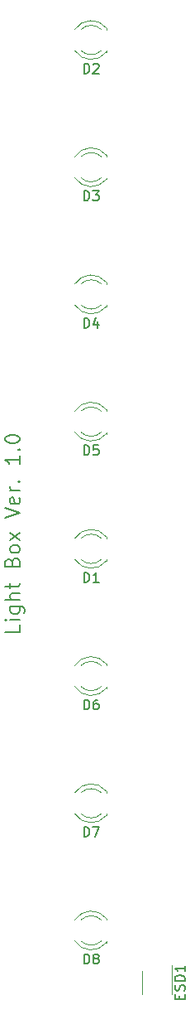
<source format=gto>
G04 #@! TF.GenerationSoftware,KiCad,Pcbnew,5.1.3-ffb9f22~84~ubuntu16.04.1*
G04 #@! TF.CreationDate,2019-07-25T12:18:42-04:00*
G04 #@! TF.ProjectId,lightbox_pcb,6c696768-7462-46f7-985f-7063622e6b69,rev?*
G04 #@! TF.SameCoordinates,Original*
G04 #@! TF.FileFunction,Legend,Top*
G04 #@! TF.FilePolarity,Positive*
%FSLAX46Y46*%
G04 Gerber Fmt 4.6, Leading zero omitted, Abs format (unit mm)*
G04 Created by KiCad (PCBNEW 5.1.3-ffb9f22~84~ubuntu16.04.1) date 2019-07-25 12:18:42*
%MOMM*%
%LPD*%
G04 APERTURE LIST*
%ADD10C,0.150000*%
%ADD11C,0.120000*%
G04 APERTURE END LIST*
D10*
X143426571Y-109778428D02*
X143426571Y-110492714D01*
X141926571Y-110492714D01*
X143426571Y-109278428D02*
X142426571Y-109278428D01*
X141926571Y-109278428D02*
X141998000Y-109349857D01*
X142069428Y-109278428D01*
X141998000Y-109206999D01*
X141926571Y-109278428D01*
X142069428Y-109278428D01*
X142426571Y-107921285D02*
X143640857Y-107921285D01*
X143783714Y-107992714D01*
X143855142Y-108064142D01*
X143926571Y-108207000D01*
X143926571Y-108421285D01*
X143855142Y-108564142D01*
X143355142Y-107921285D02*
X143426571Y-108064142D01*
X143426571Y-108349857D01*
X143355142Y-108492714D01*
X143283714Y-108564142D01*
X143140857Y-108635571D01*
X142712285Y-108635571D01*
X142569428Y-108564142D01*
X142498000Y-108492714D01*
X142426571Y-108349857D01*
X142426571Y-108064142D01*
X142498000Y-107921285D01*
X143426571Y-107207000D02*
X141926571Y-107207000D01*
X143426571Y-106564142D02*
X142640857Y-106564142D01*
X142498000Y-106635571D01*
X142426571Y-106778428D01*
X142426571Y-106992714D01*
X142498000Y-107135571D01*
X142569428Y-107207000D01*
X142426571Y-106064142D02*
X142426571Y-105492714D01*
X141926571Y-105849857D02*
X143212285Y-105849857D01*
X143355142Y-105778428D01*
X143426571Y-105635571D01*
X143426571Y-105492714D01*
X142640857Y-103349857D02*
X142712285Y-103135571D01*
X142783714Y-103064142D01*
X142926571Y-102992714D01*
X143140857Y-102992714D01*
X143283714Y-103064142D01*
X143355142Y-103135571D01*
X143426571Y-103278428D01*
X143426571Y-103849857D01*
X141926571Y-103849857D01*
X141926571Y-103349857D01*
X141998000Y-103207000D01*
X142069428Y-103135571D01*
X142212285Y-103064142D01*
X142355142Y-103064142D01*
X142498000Y-103135571D01*
X142569428Y-103207000D01*
X142640857Y-103349857D01*
X142640857Y-103849857D01*
X143426571Y-102135571D02*
X143355142Y-102278428D01*
X143283714Y-102349857D01*
X143140857Y-102421285D01*
X142712285Y-102421285D01*
X142569428Y-102349857D01*
X142498000Y-102278428D01*
X142426571Y-102135571D01*
X142426571Y-101921285D01*
X142498000Y-101778428D01*
X142569428Y-101707000D01*
X142712285Y-101635571D01*
X143140857Y-101635571D01*
X143283714Y-101707000D01*
X143355142Y-101778428D01*
X143426571Y-101921285D01*
X143426571Y-102135571D01*
X143426571Y-101135571D02*
X142426571Y-100349857D01*
X142426571Y-101135571D02*
X143426571Y-100349857D01*
X141926571Y-98849857D02*
X143426571Y-98349857D01*
X141926571Y-97849857D01*
X143355142Y-96778428D02*
X143426571Y-96921285D01*
X143426571Y-97207000D01*
X143355142Y-97349857D01*
X143212285Y-97421285D01*
X142640857Y-97421285D01*
X142498000Y-97349857D01*
X142426571Y-97207000D01*
X142426571Y-96921285D01*
X142498000Y-96778428D01*
X142640857Y-96707000D01*
X142783714Y-96707000D01*
X142926571Y-97421285D01*
X143426571Y-96064142D02*
X142426571Y-96064142D01*
X142712285Y-96064142D02*
X142569428Y-95992714D01*
X142498000Y-95921285D01*
X142426571Y-95778428D01*
X142426571Y-95635571D01*
X143283714Y-95135571D02*
X143355142Y-95064142D01*
X143426571Y-95135571D01*
X143355142Y-95207000D01*
X143283714Y-95135571D01*
X143426571Y-95135571D01*
X143426571Y-92492714D02*
X143426571Y-93349857D01*
X143426571Y-92921285D02*
X141926571Y-92921285D01*
X142140857Y-93064142D01*
X142283714Y-93207000D01*
X142355142Y-93349857D01*
X143283714Y-91849857D02*
X143355142Y-91778428D01*
X143426571Y-91849857D01*
X143355142Y-91921285D01*
X143283714Y-91849857D01*
X143426571Y-91849857D01*
X141926571Y-90849857D02*
X141926571Y-90707000D01*
X141998000Y-90564142D01*
X142069428Y-90492714D01*
X142212285Y-90421285D01*
X142498000Y-90349857D01*
X142855142Y-90349857D01*
X143140857Y-90421285D01*
X143283714Y-90492714D01*
X143355142Y-90564142D01*
X143426571Y-90707000D01*
X143426571Y-90849857D01*
X143355142Y-90992714D01*
X143283714Y-91064142D01*
X143140857Y-91135571D01*
X142855142Y-91207000D01*
X142498000Y-91207000D01*
X142212285Y-91135571D01*
X142069428Y-91064142D01*
X141998000Y-90992714D01*
X141926571Y-90849857D01*
D11*
X159030000Y-147504000D02*
X159030000Y-144554000D01*
X155930000Y-145104000D02*
X155930000Y-147504000D01*
X152290000Y-139920000D02*
X152290000Y-139764000D01*
X152290000Y-142236000D02*
X152290000Y-142080000D01*
X149688870Y-139920163D02*
G75*
G02X151770961Y-139920000I1041130J-1079837D01*
G01*
X149688870Y-142079837D02*
G75*
G03X151770961Y-142080000I1041130J1079837D01*
G01*
X149057665Y-139921392D02*
G75*
G02X152290000Y-139764484I1672335J-1078608D01*
G01*
X149057665Y-142078608D02*
G75*
G03X152290000Y-142235516I1672335J1078608D01*
G01*
X152290000Y-126920000D02*
X152290000Y-126764000D01*
X152290000Y-129236000D02*
X152290000Y-129080000D01*
X149688870Y-126920163D02*
G75*
G02X151770961Y-126920000I1041130J-1079837D01*
G01*
X149688870Y-129079837D02*
G75*
G03X151770961Y-129080000I1041130J1079837D01*
G01*
X149057665Y-126921392D02*
G75*
G02X152290000Y-126764484I1672335J-1078608D01*
G01*
X149057665Y-129078608D02*
G75*
G03X152290000Y-129235516I1672335J1078608D01*
G01*
X152290000Y-113920000D02*
X152290000Y-113764000D01*
X152290000Y-116236000D02*
X152290000Y-116080000D01*
X149688870Y-113920163D02*
G75*
G02X151770961Y-113920000I1041130J-1079837D01*
G01*
X149688870Y-116079837D02*
G75*
G03X151770961Y-116080000I1041130J1079837D01*
G01*
X149057665Y-113921392D02*
G75*
G02X152290000Y-113764484I1672335J-1078608D01*
G01*
X149057665Y-116078608D02*
G75*
G03X152290000Y-116235516I1672335J1078608D01*
G01*
X152290000Y-87920000D02*
X152290000Y-87764000D01*
X152290000Y-90236000D02*
X152290000Y-90080000D01*
X149688870Y-87920163D02*
G75*
G02X151770961Y-87920000I1041130J-1079837D01*
G01*
X149688870Y-90079837D02*
G75*
G03X151770961Y-90080000I1041130J1079837D01*
G01*
X149057665Y-87921392D02*
G75*
G02X152290000Y-87764484I1672335J-1078608D01*
G01*
X149057665Y-90078608D02*
G75*
G03X152290000Y-90235516I1672335J1078608D01*
G01*
X152290000Y-74920000D02*
X152290000Y-74764000D01*
X152290000Y-77236000D02*
X152290000Y-77080000D01*
X149688870Y-74920163D02*
G75*
G02X151770961Y-74920000I1041130J-1079837D01*
G01*
X149688870Y-77079837D02*
G75*
G03X151770961Y-77080000I1041130J1079837D01*
G01*
X149057665Y-74921392D02*
G75*
G02X152290000Y-74764484I1672335J-1078608D01*
G01*
X149057665Y-77078608D02*
G75*
G03X152290000Y-77235516I1672335J1078608D01*
G01*
X152290000Y-61920000D02*
X152290000Y-61764000D01*
X152290000Y-64236000D02*
X152290000Y-64080000D01*
X149688870Y-61920163D02*
G75*
G02X151770961Y-61920000I1041130J-1079837D01*
G01*
X149688870Y-64079837D02*
G75*
G03X151770961Y-64080000I1041130J1079837D01*
G01*
X149057665Y-61921392D02*
G75*
G02X152290000Y-61764484I1672335J-1078608D01*
G01*
X149057665Y-64078608D02*
G75*
G03X152290000Y-64235516I1672335J1078608D01*
G01*
X152290000Y-48920000D02*
X152290000Y-48764000D01*
X152290000Y-51236000D02*
X152290000Y-51080000D01*
X149688870Y-48920163D02*
G75*
G02X151770961Y-48920000I1041130J-1079837D01*
G01*
X149688870Y-51079837D02*
G75*
G03X151770961Y-51080000I1041130J1079837D01*
G01*
X149057665Y-48921392D02*
G75*
G02X152290000Y-48764484I1672335J-1078608D01*
G01*
X149057665Y-51078608D02*
G75*
G03X152290000Y-51235516I1672335J1078608D01*
G01*
X152290000Y-100920000D02*
X152290000Y-100764000D01*
X152290000Y-103236000D02*
X152290000Y-103080000D01*
X149688870Y-100920163D02*
G75*
G02X151770961Y-100920000I1041130J-1079837D01*
G01*
X149688870Y-103079837D02*
G75*
G03X151770961Y-103080000I1041130J1079837D01*
G01*
X149057665Y-100921392D02*
G75*
G02X152290000Y-100764484I1672335J-1078608D01*
G01*
X149057665Y-103078608D02*
G75*
G03X152290000Y-103235516I1672335J1078608D01*
G01*
D10*
X159788571Y-147990666D02*
X159788571Y-147657333D01*
X160312380Y-147514476D02*
X160312380Y-147990666D01*
X159312380Y-147990666D01*
X159312380Y-147514476D01*
X160264761Y-147133523D02*
X160312380Y-146990666D01*
X160312380Y-146752571D01*
X160264761Y-146657333D01*
X160217142Y-146609714D01*
X160121904Y-146562095D01*
X160026666Y-146562095D01*
X159931428Y-146609714D01*
X159883809Y-146657333D01*
X159836190Y-146752571D01*
X159788571Y-146943047D01*
X159740952Y-147038285D01*
X159693333Y-147085904D01*
X159598095Y-147133523D01*
X159502857Y-147133523D01*
X159407619Y-147085904D01*
X159360000Y-147038285D01*
X159312380Y-146943047D01*
X159312380Y-146704952D01*
X159360000Y-146562095D01*
X160312380Y-146133523D02*
X159312380Y-146133523D01*
X159312380Y-145895428D01*
X159360000Y-145752571D01*
X159455238Y-145657333D01*
X159550476Y-145609714D01*
X159740952Y-145562095D01*
X159883809Y-145562095D01*
X160074285Y-145609714D01*
X160169523Y-145657333D01*
X160264761Y-145752571D01*
X160312380Y-145895428D01*
X160312380Y-146133523D01*
X160312380Y-144609714D02*
X160312380Y-145181142D01*
X160312380Y-144895428D02*
X159312380Y-144895428D01*
X159455238Y-144990666D01*
X159550476Y-145085904D01*
X159598095Y-145181142D01*
X149991904Y-144412380D02*
X149991904Y-143412380D01*
X150230000Y-143412380D01*
X150372857Y-143460000D01*
X150468095Y-143555238D01*
X150515714Y-143650476D01*
X150563333Y-143840952D01*
X150563333Y-143983809D01*
X150515714Y-144174285D01*
X150468095Y-144269523D01*
X150372857Y-144364761D01*
X150230000Y-144412380D01*
X149991904Y-144412380D01*
X151134761Y-143840952D02*
X151039523Y-143793333D01*
X150991904Y-143745714D01*
X150944285Y-143650476D01*
X150944285Y-143602857D01*
X150991904Y-143507619D01*
X151039523Y-143460000D01*
X151134761Y-143412380D01*
X151325238Y-143412380D01*
X151420476Y-143460000D01*
X151468095Y-143507619D01*
X151515714Y-143602857D01*
X151515714Y-143650476D01*
X151468095Y-143745714D01*
X151420476Y-143793333D01*
X151325238Y-143840952D01*
X151134761Y-143840952D01*
X151039523Y-143888571D01*
X150991904Y-143936190D01*
X150944285Y-144031428D01*
X150944285Y-144221904D01*
X150991904Y-144317142D01*
X151039523Y-144364761D01*
X151134761Y-144412380D01*
X151325238Y-144412380D01*
X151420476Y-144364761D01*
X151468095Y-144317142D01*
X151515714Y-144221904D01*
X151515714Y-144031428D01*
X151468095Y-143936190D01*
X151420476Y-143888571D01*
X151325238Y-143840952D01*
X149991904Y-131412380D02*
X149991904Y-130412380D01*
X150230000Y-130412380D01*
X150372857Y-130460000D01*
X150468095Y-130555238D01*
X150515714Y-130650476D01*
X150563333Y-130840952D01*
X150563333Y-130983809D01*
X150515714Y-131174285D01*
X150468095Y-131269523D01*
X150372857Y-131364761D01*
X150230000Y-131412380D01*
X149991904Y-131412380D01*
X150896666Y-130412380D02*
X151563333Y-130412380D01*
X151134761Y-131412380D01*
X149991904Y-118412380D02*
X149991904Y-117412380D01*
X150230000Y-117412380D01*
X150372857Y-117460000D01*
X150468095Y-117555238D01*
X150515714Y-117650476D01*
X150563333Y-117840952D01*
X150563333Y-117983809D01*
X150515714Y-118174285D01*
X150468095Y-118269523D01*
X150372857Y-118364761D01*
X150230000Y-118412380D01*
X149991904Y-118412380D01*
X151420476Y-117412380D02*
X151230000Y-117412380D01*
X151134761Y-117460000D01*
X151087142Y-117507619D01*
X150991904Y-117650476D01*
X150944285Y-117840952D01*
X150944285Y-118221904D01*
X150991904Y-118317142D01*
X151039523Y-118364761D01*
X151134761Y-118412380D01*
X151325238Y-118412380D01*
X151420476Y-118364761D01*
X151468095Y-118317142D01*
X151515714Y-118221904D01*
X151515714Y-117983809D01*
X151468095Y-117888571D01*
X151420476Y-117840952D01*
X151325238Y-117793333D01*
X151134761Y-117793333D01*
X151039523Y-117840952D01*
X150991904Y-117888571D01*
X150944285Y-117983809D01*
X149991904Y-92412380D02*
X149991904Y-91412380D01*
X150230000Y-91412380D01*
X150372857Y-91460000D01*
X150468095Y-91555238D01*
X150515714Y-91650476D01*
X150563333Y-91840952D01*
X150563333Y-91983809D01*
X150515714Y-92174285D01*
X150468095Y-92269523D01*
X150372857Y-92364761D01*
X150230000Y-92412380D01*
X149991904Y-92412380D01*
X151468095Y-91412380D02*
X150991904Y-91412380D01*
X150944285Y-91888571D01*
X150991904Y-91840952D01*
X151087142Y-91793333D01*
X151325238Y-91793333D01*
X151420476Y-91840952D01*
X151468095Y-91888571D01*
X151515714Y-91983809D01*
X151515714Y-92221904D01*
X151468095Y-92317142D01*
X151420476Y-92364761D01*
X151325238Y-92412380D01*
X151087142Y-92412380D01*
X150991904Y-92364761D01*
X150944285Y-92317142D01*
X149991904Y-79412380D02*
X149991904Y-78412380D01*
X150230000Y-78412380D01*
X150372857Y-78460000D01*
X150468095Y-78555238D01*
X150515714Y-78650476D01*
X150563333Y-78840952D01*
X150563333Y-78983809D01*
X150515714Y-79174285D01*
X150468095Y-79269523D01*
X150372857Y-79364761D01*
X150230000Y-79412380D01*
X149991904Y-79412380D01*
X151420476Y-78745714D02*
X151420476Y-79412380D01*
X151182380Y-78364761D02*
X150944285Y-79079047D01*
X151563333Y-79079047D01*
X149991904Y-66412380D02*
X149991904Y-65412380D01*
X150230000Y-65412380D01*
X150372857Y-65460000D01*
X150468095Y-65555238D01*
X150515714Y-65650476D01*
X150563333Y-65840952D01*
X150563333Y-65983809D01*
X150515714Y-66174285D01*
X150468095Y-66269523D01*
X150372857Y-66364761D01*
X150230000Y-66412380D01*
X149991904Y-66412380D01*
X150896666Y-65412380D02*
X151515714Y-65412380D01*
X151182380Y-65793333D01*
X151325238Y-65793333D01*
X151420476Y-65840952D01*
X151468095Y-65888571D01*
X151515714Y-65983809D01*
X151515714Y-66221904D01*
X151468095Y-66317142D01*
X151420476Y-66364761D01*
X151325238Y-66412380D01*
X151039523Y-66412380D01*
X150944285Y-66364761D01*
X150896666Y-66317142D01*
X149991904Y-53412380D02*
X149991904Y-52412380D01*
X150230000Y-52412380D01*
X150372857Y-52460000D01*
X150468095Y-52555238D01*
X150515714Y-52650476D01*
X150563333Y-52840952D01*
X150563333Y-52983809D01*
X150515714Y-53174285D01*
X150468095Y-53269523D01*
X150372857Y-53364761D01*
X150230000Y-53412380D01*
X149991904Y-53412380D01*
X150944285Y-52507619D02*
X150991904Y-52460000D01*
X151087142Y-52412380D01*
X151325238Y-52412380D01*
X151420476Y-52460000D01*
X151468095Y-52507619D01*
X151515714Y-52602857D01*
X151515714Y-52698095D01*
X151468095Y-52840952D01*
X150896666Y-53412380D01*
X151515714Y-53412380D01*
X149991904Y-105412380D02*
X149991904Y-104412380D01*
X150230000Y-104412380D01*
X150372857Y-104460000D01*
X150468095Y-104555238D01*
X150515714Y-104650476D01*
X150563333Y-104840952D01*
X150563333Y-104983809D01*
X150515714Y-105174285D01*
X150468095Y-105269523D01*
X150372857Y-105364761D01*
X150230000Y-105412380D01*
X149991904Y-105412380D01*
X151515714Y-105412380D02*
X150944285Y-105412380D01*
X151230000Y-105412380D02*
X151230000Y-104412380D01*
X151134761Y-104555238D01*
X151039523Y-104650476D01*
X150944285Y-104698095D01*
M02*

</source>
